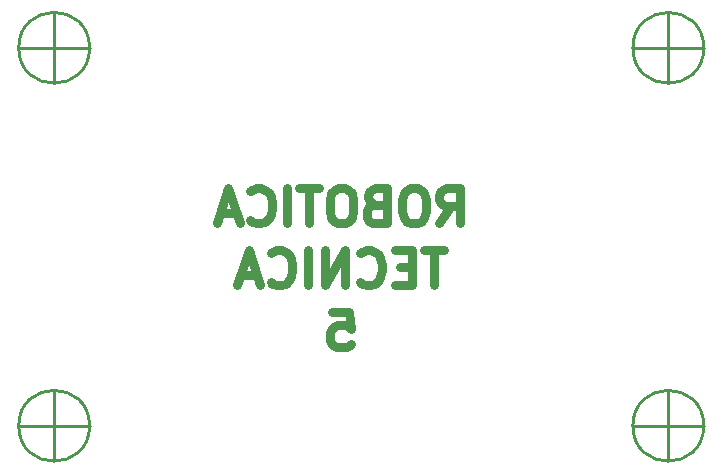
<source format=gbr>
G04 #@! TF.GenerationSoftware,KiCad,Pcbnew,(5.1.4)-1*
G04 #@! TF.CreationDate,2020-10-21T23:09:18-03:00*
G04 #@! TF.ProjectId,2020 - Equisdecito,32303230-202d-4204-9571-756973646563,rev?*
G04 #@! TF.SameCoordinates,Original*
G04 #@! TF.FileFunction,Legend,Bot*
G04 #@! TF.FilePolarity,Positive*
%FSLAX46Y46*%
G04 Gerber Fmt 4.6, Leading zero omitted, Abs format (unit mm)*
G04 Created by KiCad (PCBNEW (5.1.4)-1) date 2020-10-21 23:09:18*
%MOMM*%
%LPD*%
G04 APERTURE LIST*
%ADD10C,0.750000*%
%ADD11C,0.254000*%
G04 APERTURE END LIST*
D10*
X146607142Y-93857142D02*
X147607142Y-92428571D01*
X148321428Y-93857142D02*
X148321428Y-90857142D01*
X147178571Y-90857142D01*
X146892857Y-91000000D01*
X146750000Y-91142857D01*
X146607142Y-91428571D01*
X146607142Y-91857142D01*
X146750000Y-92142857D01*
X146892857Y-92285714D01*
X147178571Y-92428571D01*
X148321428Y-92428571D01*
X144750000Y-90857142D02*
X144178571Y-90857142D01*
X143892857Y-91000000D01*
X143607142Y-91285714D01*
X143464285Y-91857142D01*
X143464285Y-92857142D01*
X143607142Y-93428571D01*
X143892857Y-93714285D01*
X144178571Y-93857142D01*
X144750000Y-93857142D01*
X145035714Y-93714285D01*
X145321428Y-93428571D01*
X145464285Y-92857142D01*
X145464285Y-91857142D01*
X145321428Y-91285714D01*
X145035714Y-91000000D01*
X144750000Y-90857142D01*
X141178571Y-92285714D02*
X140750000Y-92428571D01*
X140607142Y-92571428D01*
X140464285Y-92857142D01*
X140464285Y-93285714D01*
X140607142Y-93571428D01*
X140750000Y-93714285D01*
X141035714Y-93857142D01*
X142178571Y-93857142D01*
X142178571Y-90857142D01*
X141178571Y-90857142D01*
X140892857Y-91000000D01*
X140750000Y-91142857D01*
X140607142Y-91428571D01*
X140607142Y-91714285D01*
X140750000Y-92000000D01*
X140892857Y-92142857D01*
X141178571Y-92285714D01*
X142178571Y-92285714D01*
X138607142Y-90857142D02*
X138035714Y-90857142D01*
X137750000Y-91000000D01*
X137464285Y-91285714D01*
X137321428Y-91857142D01*
X137321428Y-92857142D01*
X137464285Y-93428571D01*
X137750000Y-93714285D01*
X138035714Y-93857142D01*
X138607142Y-93857142D01*
X138892857Y-93714285D01*
X139178571Y-93428571D01*
X139321428Y-92857142D01*
X139321428Y-91857142D01*
X139178571Y-91285714D01*
X138892857Y-91000000D01*
X138607142Y-90857142D01*
X136464285Y-90857142D02*
X134750000Y-90857142D01*
X135607142Y-93857142D02*
X135607142Y-90857142D01*
X133750000Y-93857142D02*
X133750000Y-90857142D01*
X130607142Y-93571428D02*
X130750000Y-93714285D01*
X131178571Y-93857142D01*
X131464285Y-93857142D01*
X131892857Y-93714285D01*
X132178571Y-93428571D01*
X132321428Y-93142857D01*
X132464285Y-92571428D01*
X132464285Y-92142857D01*
X132321428Y-91571428D01*
X132178571Y-91285714D01*
X131892857Y-91000000D01*
X131464285Y-90857142D01*
X131178571Y-90857142D01*
X130750000Y-91000000D01*
X130607142Y-91142857D01*
X129464285Y-93000000D02*
X128035714Y-93000000D01*
X129750000Y-93857142D02*
X128750000Y-90857142D01*
X127750000Y-93857142D01*
X147035714Y-96107142D02*
X145321428Y-96107142D01*
X146178571Y-99107142D02*
X146178571Y-96107142D01*
X144321428Y-97535714D02*
X143321428Y-97535714D01*
X142892857Y-99107142D02*
X144321428Y-99107142D01*
X144321428Y-96107142D01*
X142892857Y-96107142D01*
X139892857Y-98821428D02*
X140035714Y-98964285D01*
X140464285Y-99107142D01*
X140750000Y-99107142D01*
X141178571Y-98964285D01*
X141464285Y-98678571D01*
X141607142Y-98392857D01*
X141750000Y-97821428D01*
X141750000Y-97392857D01*
X141607142Y-96821428D01*
X141464285Y-96535714D01*
X141178571Y-96250000D01*
X140750000Y-96107142D01*
X140464285Y-96107142D01*
X140035714Y-96250000D01*
X139892857Y-96392857D01*
X138607142Y-99107142D02*
X138607142Y-96107142D01*
X136892857Y-99107142D01*
X136892857Y-96107142D01*
X135464285Y-99107142D02*
X135464285Y-96107142D01*
X132321428Y-98821428D02*
X132464285Y-98964285D01*
X132892857Y-99107142D01*
X133178571Y-99107142D01*
X133607142Y-98964285D01*
X133892857Y-98678571D01*
X134035714Y-98392857D01*
X134178571Y-97821428D01*
X134178571Y-97392857D01*
X134035714Y-96821428D01*
X133892857Y-96535714D01*
X133607142Y-96250000D01*
X133178571Y-96107142D01*
X132892857Y-96107142D01*
X132464285Y-96250000D01*
X132321428Y-96392857D01*
X131178571Y-98250000D02*
X129750000Y-98250000D01*
X131464285Y-99107142D02*
X130464285Y-96107142D01*
X129464285Y-99107142D01*
X137535714Y-101357142D02*
X138964285Y-101357142D01*
X139107142Y-102785714D01*
X138964285Y-102642857D01*
X138678571Y-102500000D01*
X137964285Y-102500000D01*
X137678571Y-102642857D01*
X137535714Y-102785714D01*
X137392857Y-103071428D01*
X137392857Y-103785714D01*
X137535714Y-104071428D01*
X137678571Y-104214285D01*
X137964285Y-104357142D01*
X138678571Y-104357142D01*
X138964285Y-104214285D01*
X139107142Y-104071428D01*
D11*
X169000000Y-111000000D02*
G75*
G03X169000000Y-111000000I-3000000J0D01*
G01*
X163000000Y-111000000D02*
X169000000Y-111000000D01*
X166000000Y-108000000D02*
X166000000Y-114000000D01*
X169000000Y-79000000D02*
G75*
G03X169000000Y-79000000I-3000000J0D01*
G01*
X163000000Y-79000000D02*
X169000000Y-79000000D01*
X166000000Y-76000000D02*
X166000000Y-82000000D01*
X114000000Y-76000000D02*
X114000000Y-82000000D01*
X111000000Y-79000000D02*
X117000000Y-79000000D01*
X117000000Y-79000000D02*
G75*
G03X117000000Y-79000000I-3000000J0D01*
G01*
X117000000Y-111000000D02*
G75*
G03X117000000Y-111000000I-3000000J0D01*
G01*
X111000000Y-111000000D02*
X117000000Y-111000000D01*
X114000000Y-108000000D02*
X114000000Y-114000000D01*
M02*

</source>
